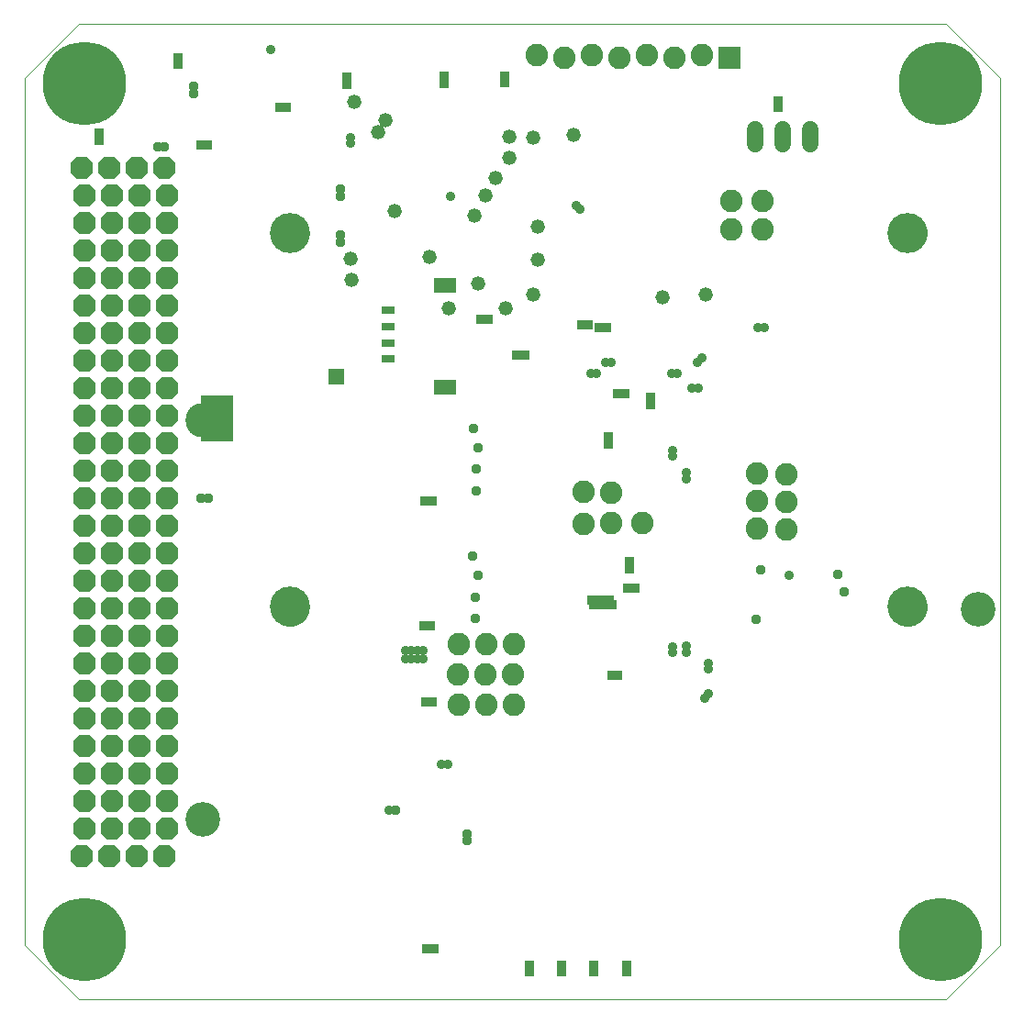
<source format=gbs>
G75*
%MOIN*%
%OFA0B0*%
%FSLAX25Y25*%
%IPPOS*%
%LPD*%
%AMOC8*
5,1,8,0,0,1.08239X$1,22.5*
%
%ADD10C,0.00000*%
%ADD11C,0.30328*%
%ADD12OC8,0.08200*%
%ADD13C,0.08200*%
%ADD14C,0.14580*%
%ADD15C,0.05200*%
%ADD16R,0.08200X0.08200*%
%ADD17C,0.06000*%
%ADD18R,0.04737X0.03162*%
%ADD19R,0.07887X0.05721*%
%ADD20C,0.03778*%
%ADD21R,0.03778X0.03778*%
%ADD22R,0.03581X0.03581*%
%ADD23C,0.03581*%
%ADD24C,0.12611*%
D10*
X0003172Y0020888D02*
X0003172Y0335849D01*
X0022857Y0355534D01*
X0337817Y0355534D01*
X0357502Y0335849D01*
X0357502Y0020888D01*
X0337817Y0001203D01*
X0022857Y0001203D01*
X0003172Y0020888D01*
X0092738Y0143920D02*
X0092740Y0144089D01*
X0092746Y0144258D01*
X0092757Y0144427D01*
X0092771Y0144595D01*
X0092790Y0144763D01*
X0092813Y0144931D01*
X0092839Y0145098D01*
X0092870Y0145264D01*
X0092905Y0145430D01*
X0092944Y0145594D01*
X0092988Y0145758D01*
X0093035Y0145920D01*
X0093086Y0146081D01*
X0093141Y0146241D01*
X0093200Y0146400D01*
X0093262Y0146557D01*
X0093329Y0146712D01*
X0093400Y0146866D01*
X0093474Y0147018D01*
X0093552Y0147168D01*
X0093633Y0147316D01*
X0093718Y0147462D01*
X0093807Y0147606D01*
X0093899Y0147748D01*
X0093995Y0147887D01*
X0094094Y0148024D01*
X0094196Y0148159D01*
X0094302Y0148291D01*
X0094411Y0148420D01*
X0094523Y0148547D01*
X0094638Y0148671D01*
X0094756Y0148792D01*
X0094877Y0148910D01*
X0095001Y0149025D01*
X0095128Y0149137D01*
X0095257Y0149246D01*
X0095389Y0149352D01*
X0095524Y0149454D01*
X0095661Y0149553D01*
X0095800Y0149649D01*
X0095942Y0149741D01*
X0096086Y0149830D01*
X0096232Y0149915D01*
X0096380Y0149996D01*
X0096530Y0150074D01*
X0096682Y0150148D01*
X0096836Y0150219D01*
X0096991Y0150286D01*
X0097148Y0150348D01*
X0097307Y0150407D01*
X0097467Y0150462D01*
X0097628Y0150513D01*
X0097790Y0150560D01*
X0097954Y0150604D01*
X0098118Y0150643D01*
X0098284Y0150678D01*
X0098450Y0150709D01*
X0098617Y0150735D01*
X0098785Y0150758D01*
X0098953Y0150777D01*
X0099121Y0150791D01*
X0099290Y0150802D01*
X0099459Y0150808D01*
X0099628Y0150810D01*
X0099797Y0150808D01*
X0099966Y0150802D01*
X0100135Y0150791D01*
X0100303Y0150777D01*
X0100471Y0150758D01*
X0100639Y0150735D01*
X0100806Y0150709D01*
X0100972Y0150678D01*
X0101138Y0150643D01*
X0101302Y0150604D01*
X0101466Y0150560D01*
X0101628Y0150513D01*
X0101789Y0150462D01*
X0101949Y0150407D01*
X0102108Y0150348D01*
X0102265Y0150286D01*
X0102420Y0150219D01*
X0102574Y0150148D01*
X0102726Y0150074D01*
X0102876Y0149996D01*
X0103024Y0149915D01*
X0103170Y0149830D01*
X0103314Y0149741D01*
X0103456Y0149649D01*
X0103595Y0149553D01*
X0103732Y0149454D01*
X0103867Y0149352D01*
X0103999Y0149246D01*
X0104128Y0149137D01*
X0104255Y0149025D01*
X0104379Y0148910D01*
X0104500Y0148792D01*
X0104618Y0148671D01*
X0104733Y0148547D01*
X0104845Y0148420D01*
X0104954Y0148291D01*
X0105060Y0148159D01*
X0105162Y0148024D01*
X0105261Y0147887D01*
X0105357Y0147748D01*
X0105449Y0147606D01*
X0105538Y0147462D01*
X0105623Y0147316D01*
X0105704Y0147168D01*
X0105782Y0147018D01*
X0105856Y0146866D01*
X0105927Y0146712D01*
X0105994Y0146557D01*
X0106056Y0146400D01*
X0106115Y0146241D01*
X0106170Y0146081D01*
X0106221Y0145920D01*
X0106268Y0145758D01*
X0106312Y0145594D01*
X0106351Y0145430D01*
X0106386Y0145264D01*
X0106417Y0145098D01*
X0106443Y0144931D01*
X0106466Y0144763D01*
X0106485Y0144595D01*
X0106499Y0144427D01*
X0106510Y0144258D01*
X0106516Y0144089D01*
X0106518Y0143920D01*
X0106516Y0143751D01*
X0106510Y0143582D01*
X0106499Y0143413D01*
X0106485Y0143245D01*
X0106466Y0143077D01*
X0106443Y0142909D01*
X0106417Y0142742D01*
X0106386Y0142576D01*
X0106351Y0142410D01*
X0106312Y0142246D01*
X0106268Y0142082D01*
X0106221Y0141920D01*
X0106170Y0141759D01*
X0106115Y0141599D01*
X0106056Y0141440D01*
X0105994Y0141283D01*
X0105927Y0141128D01*
X0105856Y0140974D01*
X0105782Y0140822D01*
X0105704Y0140672D01*
X0105623Y0140524D01*
X0105538Y0140378D01*
X0105449Y0140234D01*
X0105357Y0140092D01*
X0105261Y0139953D01*
X0105162Y0139816D01*
X0105060Y0139681D01*
X0104954Y0139549D01*
X0104845Y0139420D01*
X0104733Y0139293D01*
X0104618Y0139169D01*
X0104500Y0139048D01*
X0104379Y0138930D01*
X0104255Y0138815D01*
X0104128Y0138703D01*
X0103999Y0138594D01*
X0103867Y0138488D01*
X0103732Y0138386D01*
X0103595Y0138287D01*
X0103456Y0138191D01*
X0103314Y0138099D01*
X0103170Y0138010D01*
X0103024Y0137925D01*
X0102876Y0137844D01*
X0102726Y0137766D01*
X0102574Y0137692D01*
X0102420Y0137621D01*
X0102265Y0137554D01*
X0102108Y0137492D01*
X0101949Y0137433D01*
X0101789Y0137378D01*
X0101628Y0137327D01*
X0101466Y0137280D01*
X0101302Y0137236D01*
X0101138Y0137197D01*
X0100972Y0137162D01*
X0100806Y0137131D01*
X0100639Y0137105D01*
X0100471Y0137082D01*
X0100303Y0137063D01*
X0100135Y0137049D01*
X0099966Y0137038D01*
X0099797Y0137032D01*
X0099628Y0137030D01*
X0099459Y0137032D01*
X0099290Y0137038D01*
X0099121Y0137049D01*
X0098953Y0137063D01*
X0098785Y0137082D01*
X0098617Y0137105D01*
X0098450Y0137131D01*
X0098284Y0137162D01*
X0098118Y0137197D01*
X0097954Y0137236D01*
X0097790Y0137280D01*
X0097628Y0137327D01*
X0097467Y0137378D01*
X0097307Y0137433D01*
X0097148Y0137492D01*
X0096991Y0137554D01*
X0096836Y0137621D01*
X0096682Y0137692D01*
X0096530Y0137766D01*
X0096380Y0137844D01*
X0096232Y0137925D01*
X0096086Y0138010D01*
X0095942Y0138099D01*
X0095800Y0138191D01*
X0095661Y0138287D01*
X0095524Y0138386D01*
X0095389Y0138488D01*
X0095257Y0138594D01*
X0095128Y0138703D01*
X0095001Y0138815D01*
X0094877Y0138930D01*
X0094756Y0139048D01*
X0094638Y0139169D01*
X0094523Y0139293D01*
X0094411Y0139420D01*
X0094302Y0139549D01*
X0094196Y0139681D01*
X0094094Y0139816D01*
X0093995Y0139953D01*
X0093899Y0140092D01*
X0093807Y0140234D01*
X0093718Y0140378D01*
X0093633Y0140524D01*
X0093552Y0140672D01*
X0093474Y0140822D01*
X0093400Y0140974D01*
X0093329Y0141128D01*
X0093262Y0141283D01*
X0093200Y0141440D01*
X0093141Y0141599D01*
X0093086Y0141759D01*
X0093035Y0141920D01*
X0092988Y0142082D01*
X0092944Y0142246D01*
X0092905Y0142410D01*
X0092870Y0142576D01*
X0092839Y0142742D01*
X0092813Y0142909D01*
X0092790Y0143077D01*
X0092771Y0143245D01*
X0092757Y0143413D01*
X0092746Y0143582D01*
X0092740Y0143751D01*
X0092738Y0143920D01*
X0092738Y0279746D02*
X0092740Y0279915D01*
X0092746Y0280084D01*
X0092757Y0280253D01*
X0092771Y0280421D01*
X0092790Y0280589D01*
X0092813Y0280757D01*
X0092839Y0280924D01*
X0092870Y0281090D01*
X0092905Y0281256D01*
X0092944Y0281420D01*
X0092988Y0281584D01*
X0093035Y0281746D01*
X0093086Y0281907D01*
X0093141Y0282067D01*
X0093200Y0282226D01*
X0093262Y0282383D01*
X0093329Y0282538D01*
X0093400Y0282692D01*
X0093474Y0282844D01*
X0093552Y0282994D01*
X0093633Y0283142D01*
X0093718Y0283288D01*
X0093807Y0283432D01*
X0093899Y0283574D01*
X0093995Y0283713D01*
X0094094Y0283850D01*
X0094196Y0283985D01*
X0094302Y0284117D01*
X0094411Y0284246D01*
X0094523Y0284373D01*
X0094638Y0284497D01*
X0094756Y0284618D01*
X0094877Y0284736D01*
X0095001Y0284851D01*
X0095128Y0284963D01*
X0095257Y0285072D01*
X0095389Y0285178D01*
X0095524Y0285280D01*
X0095661Y0285379D01*
X0095800Y0285475D01*
X0095942Y0285567D01*
X0096086Y0285656D01*
X0096232Y0285741D01*
X0096380Y0285822D01*
X0096530Y0285900D01*
X0096682Y0285974D01*
X0096836Y0286045D01*
X0096991Y0286112D01*
X0097148Y0286174D01*
X0097307Y0286233D01*
X0097467Y0286288D01*
X0097628Y0286339D01*
X0097790Y0286386D01*
X0097954Y0286430D01*
X0098118Y0286469D01*
X0098284Y0286504D01*
X0098450Y0286535D01*
X0098617Y0286561D01*
X0098785Y0286584D01*
X0098953Y0286603D01*
X0099121Y0286617D01*
X0099290Y0286628D01*
X0099459Y0286634D01*
X0099628Y0286636D01*
X0099797Y0286634D01*
X0099966Y0286628D01*
X0100135Y0286617D01*
X0100303Y0286603D01*
X0100471Y0286584D01*
X0100639Y0286561D01*
X0100806Y0286535D01*
X0100972Y0286504D01*
X0101138Y0286469D01*
X0101302Y0286430D01*
X0101466Y0286386D01*
X0101628Y0286339D01*
X0101789Y0286288D01*
X0101949Y0286233D01*
X0102108Y0286174D01*
X0102265Y0286112D01*
X0102420Y0286045D01*
X0102574Y0285974D01*
X0102726Y0285900D01*
X0102876Y0285822D01*
X0103024Y0285741D01*
X0103170Y0285656D01*
X0103314Y0285567D01*
X0103456Y0285475D01*
X0103595Y0285379D01*
X0103732Y0285280D01*
X0103867Y0285178D01*
X0103999Y0285072D01*
X0104128Y0284963D01*
X0104255Y0284851D01*
X0104379Y0284736D01*
X0104500Y0284618D01*
X0104618Y0284497D01*
X0104733Y0284373D01*
X0104845Y0284246D01*
X0104954Y0284117D01*
X0105060Y0283985D01*
X0105162Y0283850D01*
X0105261Y0283713D01*
X0105357Y0283574D01*
X0105449Y0283432D01*
X0105538Y0283288D01*
X0105623Y0283142D01*
X0105704Y0282994D01*
X0105782Y0282844D01*
X0105856Y0282692D01*
X0105927Y0282538D01*
X0105994Y0282383D01*
X0106056Y0282226D01*
X0106115Y0282067D01*
X0106170Y0281907D01*
X0106221Y0281746D01*
X0106268Y0281584D01*
X0106312Y0281420D01*
X0106351Y0281256D01*
X0106386Y0281090D01*
X0106417Y0280924D01*
X0106443Y0280757D01*
X0106466Y0280589D01*
X0106485Y0280421D01*
X0106499Y0280253D01*
X0106510Y0280084D01*
X0106516Y0279915D01*
X0106518Y0279746D01*
X0106516Y0279577D01*
X0106510Y0279408D01*
X0106499Y0279239D01*
X0106485Y0279071D01*
X0106466Y0278903D01*
X0106443Y0278735D01*
X0106417Y0278568D01*
X0106386Y0278402D01*
X0106351Y0278236D01*
X0106312Y0278072D01*
X0106268Y0277908D01*
X0106221Y0277746D01*
X0106170Y0277585D01*
X0106115Y0277425D01*
X0106056Y0277266D01*
X0105994Y0277109D01*
X0105927Y0276954D01*
X0105856Y0276800D01*
X0105782Y0276648D01*
X0105704Y0276498D01*
X0105623Y0276350D01*
X0105538Y0276204D01*
X0105449Y0276060D01*
X0105357Y0275918D01*
X0105261Y0275779D01*
X0105162Y0275642D01*
X0105060Y0275507D01*
X0104954Y0275375D01*
X0104845Y0275246D01*
X0104733Y0275119D01*
X0104618Y0274995D01*
X0104500Y0274874D01*
X0104379Y0274756D01*
X0104255Y0274641D01*
X0104128Y0274529D01*
X0103999Y0274420D01*
X0103867Y0274314D01*
X0103732Y0274212D01*
X0103595Y0274113D01*
X0103456Y0274017D01*
X0103314Y0273925D01*
X0103170Y0273836D01*
X0103024Y0273751D01*
X0102876Y0273670D01*
X0102726Y0273592D01*
X0102574Y0273518D01*
X0102420Y0273447D01*
X0102265Y0273380D01*
X0102108Y0273318D01*
X0101949Y0273259D01*
X0101789Y0273204D01*
X0101628Y0273153D01*
X0101466Y0273106D01*
X0101302Y0273062D01*
X0101138Y0273023D01*
X0100972Y0272988D01*
X0100806Y0272957D01*
X0100639Y0272931D01*
X0100471Y0272908D01*
X0100303Y0272889D01*
X0100135Y0272875D01*
X0099966Y0272864D01*
X0099797Y0272858D01*
X0099628Y0272856D01*
X0099459Y0272858D01*
X0099290Y0272864D01*
X0099121Y0272875D01*
X0098953Y0272889D01*
X0098785Y0272908D01*
X0098617Y0272931D01*
X0098450Y0272957D01*
X0098284Y0272988D01*
X0098118Y0273023D01*
X0097954Y0273062D01*
X0097790Y0273106D01*
X0097628Y0273153D01*
X0097467Y0273204D01*
X0097307Y0273259D01*
X0097148Y0273318D01*
X0096991Y0273380D01*
X0096836Y0273447D01*
X0096682Y0273518D01*
X0096530Y0273592D01*
X0096380Y0273670D01*
X0096232Y0273751D01*
X0096086Y0273836D01*
X0095942Y0273925D01*
X0095800Y0274017D01*
X0095661Y0274113D01*
X0095524Y0274212D01*
X0095389Y0274314D01*
X0095257Y0274420D01*
X0095128Y0274529D01*
X0095001Y0274641D01*
X0094877Y0274756D01*
X0094756Y0274874D01*
X0094638Y0274995D01*
X0094523Y0275119D01*
X0094411Y0275246D01*
X0094302Y0275375D01*
X0094196Y0275507D01*
X0094094Y0275642D01*
X0093995Y0275779D01*
X0093899Y0275918D01*
X0093807Y0276060D01*
X0093718Y0276204D01*
X0093633Y0276350D01*
X0093552Y0276498D01*
X0093474Y0276648D01*
X0093400Y0276800D01*
X0093329Y0276954D01*
X0093262Y0277109D01*
X0093200Y0277266D01*
X0093141Y0277425D01*
X0093086Y0277585D01*
X0093035Y0277746D01*
X0092988Y0277908D01*
X0092944Y0278072D01*
X0092905Y0278236D01*
X0092870Y0278402D01*
X0092839Y0278568D01*
X0092813Y0278735D01*
X0092790Y0278903D01*
X0092771Y0279071D01*
X0092757Y0279239D01*
X0092746Y0279408D01*
X0092740Y0279577D01*
X0092738Y0279746D01*
X0317148Y0279746D02*
X0317150Y0279915D01*
X0317156Y0280084D01*
X0317167Y0280253D01*
X0317181Y0280421D01*
X0317200Y0280589D01*
X0317223Y0280757D01*
X0317249Y0280924D01*
X0317280Y0281090D01*
X0317315Y0281256D01*
X0317354Y0281420D01*
X0317398Y0281584D01*
X0317445Y0281746D01*
X0317496Y0281907D01*
X0317551Y0282067D01*
X0317610Y0282226D01*
X0317672Y0282383D01*
X0317739Y0282538D01*
X0317810Y0282692D01*
X0317884Y0282844D01*
X0317962Y0282994D01*
X0318043Y0283142D01*
X0318128Y0283288D01*
X0318217Y0283432D01*
X0318309Y0283574D01*
X0318405Y0283713D01*
X0318504Y0283850D01*
X0318606Y0283985D01*
X0318712Y0284117D01*
X0318821Y0284246D01*
X0318933Y0284373D01*
X0319048Y0284497D01*
X0319166Y0284618D01*
X0319287Y0284736D01*
X0319411Y0284851D01*
X0319538Y0284963D01*
X0319667Y0285072D01*
X0319799Y0285178D01*
X0319934Y0285280D01*
X0320071Y0285379D01*
X0320210Y0285475D01*
X0320352Y0285567D01*
X0320496Y0285656D01*
X0320642Y0285741D01*
X0320790Y0285822D01*
X0320940Y0285900D01*
X0321092Y0285974D01*
X0321246Y0286045D01*
X0321401Y0286112D01*
X0321558Y0286174D01*
X0321717Y0286233D01*
X0321877Y0286288D01*
X0322038Y0286339D01*
X0322200Y0286386D01*
X0322364Y0286430D01*
X0322528Y0286469D01*
X0322694Y0286504D01*
X0322860Y0286535D01*
X0323027Y0286561D01*
X0323195Y0286584D01*
X0323363Y0286603D01*
X0323531Y0286617D01*
X0323700Y0286628D01*
X0323869Y0286634D01*
X0324038Y0286636D01*
X0324207Y0286634D01*
X0324376Y0286628D01*
X0324545Y0286617D01*
X0324713Y0286603D01*
X0324881Y0286584D01*
X0325049Y0286561D01*
X0325216Y0286535D01*
X0325382Y0286504D01*
X0325548Y0286469D01*
X0325712Y0286430D01*
X0325876Y0286386D01*
X0326038Y0286339D01*
X0326199Y0286288D01*
X0326359Y0286233D01*
X0326518Y0286174D01*
X0326675Y0286112D01*
X0326830Y0286045D01*
X0326984Y0285974D01*
X0327136Y0285900D01*
X0327286Y0285822D01*
X0327434Y0285741D01*
X0327580Y0285656D01*
X0327724Y0285567D01*
X0327866Y0285475D01*
X0328005Y0285379D01*
X0328142Y0285280D01*
X0328277Y0285178D01*
X0328409Y0285072D01*
X0328538Y0284963D01*
X0328665Y0284851D01*
X0328789Y0284736D01*
X0328910Y0284618D01*
X0329028Y0284497D01*
X0329143Y0284373D01*
X0329255Y0284246D01*
X0329364Y0284117D01*
X0329470Y0283985D01*
X0329572Y0283850D01*
X0329671Y0283713D01*
X0329767Y0283574D01*
X0329859Y0283432D01*
X0329948Y0283288D01*
X0330033Y0283142D01*
X0330114Y0282994D01*
X0330192Y0282844D01*
X0330266Y0282692D01*
X0330337Y0282538D01*
X0330404Y0282383D01*
X0330466Y0282226D01*
X0330525Y0282067D01*
X0330580Y0281907D01*
X0330631Y0281746D01*
X0330678Y0281584D01*
X0330722Y0281420D01*
X0330761Y0281256D01*
X0330796Y0281090D01*
X0330827Y0280924D01*
X0330853Y0280757D01*
X0330876Y0280589D01*
X0330895Y0280421D01*
X0330909Y0280253D01*
X0330920Y0280084D01*
X0330926Y0279915D01*
X0330928Y0279746D01*
X0330926Y0279577D01*
X0330920Y0279408D01*
X0330909Y0279239D01*
X0330895Y0279071D01*
X0330876Y0278903D01*
X0330853Y0278735D01*
X0330827Y0278568D01*
X0330796Y0278402D01*
X0330761Y0278236D01*
X0330722Y0278072D01*
X0330678Y0277908D01*
X0330631Y0277746D01*
X0330580Y0277585D01*
X0330525Y0277425D01*
X0330466Y0277266D01*
X0330404Y0277109D01*
X0330337Y0276954D01*
X0330266Y0276800D01*
X0330192Y0276648D01*
X0330114Y0276498D01*
X0330033Y0276350D01*
X0329948Y0276204D01*
X0329859Y0276060D01*
X0329767Y0275918D01*
X0329671Y0275779D01*
X0329572Y0275642D01*
X0329470Y0275507D01*
X0329364Y0275375D01*
X0329255Y0275246D01*
X0329143Y0275119D01*
X0329028Y0274995D01*
X0328910Y0274874D01*
X0328789Y0274756D01*
X0328665Y0274641D01*
X0328538Y0274529D01*
X0328409Y0274420D01*
X0328277Y0274314D01*
X0328142Y0274212D01*
X0328005Y0274113D01*
X0327866Y0274017D01*
X0327724Y0273925D01*
X0327580Y0273836D01*
X0327434Y0273751D01*
X0327286Y0273670D01*
X0327136Y0273592D01*
X0326984Y0273518D01*
X0326830Y0273447D01*
X0326675Y0273380D01*
X0326518Y0273318D01*
X0326359Y0273259D01*
X0326199Y0273204D01*
X0326038Y0273153D01*
X0325876Y0273106D01*
X0325712Y0273062D01*
X0325548Y0273023D01*
X0325382Y0272988D01*
X0325216Y0272957D01*
X0325049Y0272931D01*
X0324881Y0272908D01*
X0324713Y0272889D01*
X0324545Y0272875D01*
X0324376Y0272864D01*
X0324207Y0272858D01*
X0324038Y0272856D01*
X0323869Y0272858D01*
X0323700Y0272864D01*
X0323531Y0272875D01*
X0323363Y0272889D01*
X0323195Y0272908D01*
X0323027Y0272931D01*
X0322860Y0272957D01*
X0322694Y0272988D01*
X0322528Y0273023D01*
X0322364Y0273062D01*
X0322200Y0273106D01*
X0322038Y0273153D01*
X0321877Y0273204D01*
X0321717Y0273259D01*
X0321558Y0273318D01*
X0321401Y0273380D01*
X0321246Y0273447D01*
X0321092Y0273518D01*
X0320940Y0273592D01*
X0320790Y0273670D01*
X0320642Y0273751D01*
X0320496Y0273836D01*
X0320352Y0273925D01*
X0320210Y0274017D01*
X0320071Y0274113D01*
X0319934Y0274212D01*
X0319799Y0274314D01*
X0319667Y0274420D01*
X0319538Y0274529D01*
X0319411Y0274641D01*
X0319287Y0274756D01*
X0319166Y0274874D01*
X0319048Y0274995D01*
X0318933Y0275119D01*
X0318821Y0275246D01*
X0318712Y0275375D01*
X0318606Y0275507D01*
X0318504Y0275642D01*
X0318405Y0275779D01*
X0318309Y0275918D01*
X0318217Y0276060D01*
X0318128Y0276204D01*
X0318043Y0276350D01*
X0317962Y0276498D01*
X0317884Y0276648D01*
X0317810Y0276800D01*
X0317739Y0276954D01*
X0317672Y0277109D01*
X0317610Y0277266D01*
X0317551Y0277425D01*
X0317496Y0277585D01*
X0317445Y0277746D01*
X0317398Y0277908D01*
X0317354Y0278072D01*
X0317315Y0278236D01*
X0317280Y0278402D01*
X0317249Y0278568D01*
X0317223Y0278735D01*
X0317200Y0278903D01*
X0317181Y0279071D01*
X0317167Y0279239D01*
X0317156Y0279408D01*
X0317150Y0279577D01*
X0317148Y0279746D01*
X0317148Y0143920D02*
X0317150Y0144089D01*
X0317156Y0144258D01*
X0317167Y0144427D01*
X0317181Y0144595D01*
X0317200Y0144763D01*
X0317223Y0144931D01*
X0317249Y0145098D01*
X0317280Y0145264D01*
X0317315Y0145430D01*
X0317354Y0145594D01*
X0317398Y0145758D01*
X0317445Y0145920D01*
X0317496Y0146081D01*
X0317551Y0146241D01*
X0317610Y0146400D01*
X0317672Y0146557D01*
X0317739Y0146712D01*
X0317810Y0146866D01*
X0317884Y0147018D01*
X0317962Y0147168D01*
X0318043Y0147316D01*
X0318128Y0147462D01*
X0318217Y0147606D01*
X0318309Y0147748D01*
X0318405Y0147887D01*
X0318504Y0148024D01*
X0318606Y0148159D01*
X0318712Y0148291D01*
X0318821Y0148420D01*
X0318933Y0148547D01*
X0319048Y0148671D01*
X0319166Y0148792D01*
X0319287Y0148910D01*
X0319411Y0149025D01*
X0319538Y0149137D01*
X0319667Y0149246D01*
X0319799Y0149352D01*
X0319934Y0149454D01*
X0320071Y0149553D01*
X0320210Y0149649D01*
X0320352Y0149741D01*
X0320496Y0149830D01*
X0320642Y0149915D01*
X0320790Y0149996D01*
X0320940Y0150074D01*
X0321092Y0150148D01*
X0321246Y0150219D01*
X0321401Y0150286D01*
X0321558Y0150348D01*
X0321717Y0150407D01*
X0321877Y0150462D01*
X0322038Y0150513D01*
X0322200Y0150560D01*
X0322364Y0150604D01*
X0322528Y0150643D01*
X0322694Y0150678D01*
X0322860Y0150709D01*
X0323027Y0150735D01*
X0323195Y0150758D01*
X0323363Y0150777D01*
X0323531Y0150791D01*
X0323700Y0150802D01*
X0323869Y0150808D01*
X0324038Y0150810D01*
X0324207Y0150808D01*
X0324376Y0150802D01*
X0324545Y0150791D01*
X0324713Y0150777D01*
X0324881Y0150758D01*
X0325049Y0150735D01*
X0325216Y0150709D01*
X0325382Y0150678D01*
X0325548Y0150643D01*
X0325712Y0150604D01*
X0325876Y0150560D01*
X0326038Y0150513D01*
X0326199Y0150462D01*
X0326359Y0150407D01*
X0326518Y0150348D01*
X0326675Y0150286D01*
X0326830Y0150219D01*
X0326984Y0150148D01*
X0327136Y0150074D01*
X0327286Y0149996D01*
X0327434Y0149915D01*
X0327580Y0149830D01*
X0327724Y0149741D01*
X0327866Y0149649D01*
X0328005Y0149553D01*
X0328142Y0149454D01*
X0328277Y0149352D01*
X0328409Y0149246D01*
X0328538Y0149137D01*
X0328665Y0149025D01*
X0328789Y0148910D01*
X0328910Y0148792D01*
X0329028Y0148671D01*
X0329143Y0148547D01*
X0329255Y0148420D01*
X0329364Y0148291D01*
X0329470Y0148159D01*
X0329572Y0148024D01*
X0329671Y0147887D01*
X0329767Y0147748D01*
X0329859Y0147606D01*
X0329948Y0147462D01*
X0330033Y0147316D01*
X0330114Y0147168D01*
X0330192Y0147018D01*
X0330266Y0146866D01*
X0330337Y0146712D01*
X0330404Y0146557D01*
X0330466Y0146400D01*
X0330525Y0146241D01*
X0330580Y0146081D01*
X0330631Y0145920D01*
X0330678Y0145758D01*
X0330722Y0145594D01*
X0330761Y0145430D01*
X0330796Y0145264D01*
X0330827Y0145098D01*
X0330853Y0144931D01*
X0330876Y0144763D01*
X0330895Y0144595D01*
X0330909Y0144427D01*
X0330920Y0144258D01*
X0330926Y0144089D01*
X0330928Y0143920D01*
X0330926Y0143751D01*
X0330920Y0143582D01*
X0330909Y0143413D01*
X0330895Y0143245D01*
X0330876Y0143077D01*
X0330853Y0142909D01*
X0330827Y0142742D01*
X0330796Y0142576D01*
X0330761Y0142410D01*
X0330722Y0142246D01*
X0330678Y0142082D01*
X0330631Y0141920D01*
X0330580Y0141759D01*
X0330525Y0141599D01*
X0330466Y0141440D01*
X0330404Y0141283D01*
X0330337Y0141128D01*
X0330266Y0140974D01*
X0330192Y0140822D01*
X0330114Y0140672D01*
X0330033Y0140524D01*
X0329948Y0140378D01*
X0329859Y0140234D01*
X0329767Y0140092D01*
X0329671Y0139953D01*
X0329572Y0139816D01*
X0329470Y0139681D01*
X0329364Y0139549D01*
X0329255Y0139420D01*
X0329143Y0139293D01*
X0329028Y0139169D01*
X0328910Y0139048D01*
X0328789Y0138930D01*
X0328665Y0138815D01*
X0328538Y0138703D01*
X0328409Y0138594D01*
X0328277Y0138488D01*
X0328142Y0138386D01*
X0328005Y0138287D01*
X0327866Y0138191D01*
X0327724Y0138099D01*
X0327580Y0138010D01*
X0327434Y0137925D01*
X0327286Y0137844D01*
X0327136Y0137766D01*
X0326984Y0137692D01*
X0326830Y0137621D01*
X0326675Y0137554D01*
X0326518Y0137492D01*
X0326359Y0137433D01*
X0326199Y0137378D01*
X0326038Y0137327D01*
X0325876Y0137280D01*
X0325712Y0137236D01*
X0325548Y0137197D01*
X0325382Y0137162D01*
X0325216Y0137131D01*
X0325049Y0137105D01*
X0324881Y0137082D01*
X0324713Y0137063D01*
X0324545Y0137049D01*
X0324376Y0137038D01*
X0324207Y0137032D01*
X0324038Y0137030D01*
X0323869Y0137032D01*
X0323700Y0137038D01*
X0323531Y0137049D01*
X0323363Y0137063D01*
X0323195Y0137082D01*
X0323027Y0137105D01*
X0322860Y0137131D01*
X0322694Y0137162D01*
X0322528Y0137197D01*
X0322364Y0137236D01*
X0322200Y0137280D01*
X0322038Y0137327D01*
X0321877Y0137378D01*
X0321717Y0137433D01*
X0321558Y0137492D01*
X0321401Y0137554D01*
X0321246Y0137621D01*
X0321092Y0137692D01*
X0320940Y0137766D01*
X0320790Y0137844D01*
X0320642Y0137925D01*
X0320496Y0138010D01*
X0320352Y0138099D01*
X0320210Y0138191D01*
X0320071Y0138287D01*
X0319934Y0138386D01*
X0319799Y0138488D01*
X0319667Y0138594D01*
X0319538Y0138703D01*
X0319411Y0138815D01*
X0319287Y0138930D01*
X0319166Y0139048D01*
X0319048Y0139169D01*
X0318933Y0139293D01*
X0318821Y0139420D01*
X0318712Y0139549D01*
X0318606Y0139681D01*
X0318504Y0139816D01*
X0318405Y0139953D01*
X0318309Y0140092D01*
X0318217Y0140234D01*
X0318128Y0140378D01*
X0318043Y0140524D01*
X0317962Y0140672D01*
X0317884Y0140822D01*
X0317810Y0140974D01*
X0317739Y0141128D01*
X0317672Y0141283D01*
X0317610Y0141440D01*
X0317551Y0141599D01*
X0317496Y0141759D01*
X0317445Y0141920D01*
X0317398Y0142082D01*
X0317354Y0142246D01*
X0317315Y0142410D01*
X0317280Y0142576D01*
X0317249Y0142742D01*
X0317223Y0142909D01*
X0317200Y0143077D01*
X0317181Y0143245D01*
X0317167Y0143413D01*
X0317156Y0143582D01*
X0317150Y0143751D01*
X0317148Y0143920D01*
D11*
X0335849Y0022857D03*
X0335849Y0333880D03*
X0024825Y0333880D03*
X0024825Y0022857D03*
D12*
X0023825Y0053369D03*
X0033825Y0053369D03*
X0043825Y0053369D03*
X0053825Y0053369D03*
X0054825Y0063369D03*
X0054825Y0073369D03*
X0054825Y0083369D03*
X0054825Y0093369D03*
X0054825Y0103369D03*
X0054825Y0113369D03*
X0054825Y0123369D03*
X0054825Y0133369D03*
X0054825Y0143369D03*
X0054825Y0153369D03*
X0054825Y0163369D03*
X0054825Y0173369D03*
X0054825Y0183369D03*
X0054825Y0193369D03*
X0054825Y0203369D03*
X0054825Y0213369D03*
X0054825Y0223369D03*
X0054825Y0233369D03*
X0054825Y0243369D03*
X0054825Y0253369D03*
X0054825Y0263369D03*
X0054825Y0273369D03*
X0054825Y0283369D03*
X0054825Y0293369D03*
X0053825Y0303369D03*
X0043825Y0303369D03*
X0044825Y0293369D03*
X0034825Y0293369D03*
X0033825Y0303369D03*
X0023825Y0303369D03*
X0024825Y0293369D03*
X0024825Y0283369D03*
X0034825Y0283369D03*
X0044825Y0283369D03*
X0044825Y0273369D03*
X0034825Y0273369D03*
X0024825Y0273369D03*
X0024825Y0263369D03*
X0034825Y0263369D03*
X0044825Y0263369D03*
X0044825Y0253369D03*
X0044825Y0243369D03*
X0034825Y0243369D03*
X0034825Y0253369D03*
X0024825Y0253369D03*
X0024825Y0243369D03*
X0024825Y0233369D03*
X0034825Y0233369D03*
X0044825Y0233369D03*
X0044825Y0223369D03*
X0034825Y0223369D03*
X0024825Y0223369D03*
X0024825Y0213369D03*
X0024825Y0203369D03*
X0034825Y0203369D03*
X0034825Y0213369D03*
X0044825Y0213369D03*
X0044825Y0203369D03*
X0044825Y0193369D03*
X0034825Y0193369D03*
X0024825Y0193369D03*
X0024825Y0183369D03*
X0034825Y0183369D03*
X0044825Y0183369D03*
X0044825Y0173369D03*
X0044825Y0163369D03*
X0034825Y0163369D03*
X0034825Y0173369D03*
X0024825Y0173369D03*
X0024825Y0163369D03*
X0024825Y0153369D03*
X0034825Y0153369D03*
X0044825Y0153369D03*
X0044825Y0143369D03*
X0034825Y0143369D03*
X0024825Y0143369D03*
X0024825Y0133369D03*
X0024825Y0123369D03*
X0034825Y0123369D03*
X0034825Y0133369D03*
X0044825Y0133369D03*
X0044825Y0123369D03*
X0044825Y0113369D03*
X0034825Y0113369D03*
X0024825Y0113369D03*
X0024825Y0103369D03*
X0034825Y0103369D03*
X0044825Y0103369D03*
X0044825Y0093369D03*
X0044825Y0083369D03*
X0034825Y0083369D03*
X0034825Y0093369D03*
X0024825Y0093369D03*
X0024825Y0083369D03*
X0024825Y0073369D03*
X0034825Y0073369D03*
X0044825Y0073369D03*
X0044825Y0063369D03*
X0034825Y0063369D03*
X0024825Y0063369D03*
D13*
X0161046Y0108290D03*
X0171046Y0108290D03*
X0181046Y0108290D03*
X0180731Y0119313D03*
X0170731Y0119313D03*
X0160731Y0119313D03*
X0161046Y0130337D03*
X0171046Y0130337D03*
X0181046Y0130337D03*
X0206321Y0174125D03*
X0216251Y0174431D03*
X0216361Y0185455D03*
X0206321Y0185525D03*
X0227651Y0174431D03*
X0269313Y0172345D03*
X0269313Y0182345D03*
X0269313Y0192345D03*
X0280140Y0192148D03*
X0280140Y0182148D03*
X0280140Y0172148D03*
X0271352Y0281124D03*
X0271352Y0291361D03*
X0259952Y0291361D03*
X0259952Y0281124D03*
X0239471Y0343420D03*
X0249471Y0344420D03*
X0229471Y0344420D03*
X0219471Y0343420D03*
X0209471Y0344420D03*
X0199471Y0343420D03*
X0189471Y0344420D03*
D14*
X0099628Y0279746D03*
X0099628Y0143920D03*
X0324038Y0143920D03*
X0324038Y0279746D03*
D15*
X0250809Y0257306D03*
X0235061Y0256321D03*
X0187817Y0257306D03*
X0177975Y0252384D03*
X0168132Y0261243D03*
X0157306Y0252384D03*
X0150416Y0271085D03*
X0137620Y0287817D03*
X0121774Y0270199D03*
X0121872Y0262719D03*
X0166764Y0285849D03*
X0170677Y0293331D03*
X0174298Y0299578D03*
X0179313Y0307099D03*
X0179313Y0314599D03*
X0187817Y0314392D03*
X0202581Y0315376D03*
X0189786Y0281912D03*
X0189786Y0270101D03*
X0134176Y0320790D03*
X0131715Y0316361D03*
X0122857Y0327187D03*
D16*
X0259471Y0343420D03*
D17*
X0268565Y0317189D02*
X0268565Y0311989D01*
X0278565Y0311989D02*
X0278565Y0317189D01*
X0288565Y0317189D02*
X0288565Y0311989D01*
D18*
X0135455Y0251597D03*
X0135455Y0245691D03*
X0135455Y0239786D03*
X0135455Y0233880D03*
D19*
X0155928Y0223624D03*
X0155928Y0260672D03*
D20*
X0118132Y0276400D03*
X0118132Y0278959D03*
X0118132Y0293132D03*
X0118132Y0295691D03*
X0064806Y0330386D03*
X0064806Y0332886D03*
X0054087Y0310869D03*
X0051587Y0310869D03*
X0166164Y0208683D03*
X0168132Y0201794D03*
X0167148Y0193920D03*
X0167148Y0186046D03*
X0165967Y0162227D03*
X0167935Y0155337D03*
X0166951Y0147463D03*
X0166951Y0139589D03*
X0138014Y0070101D03*
X0164105Y0061483D03*
X0164105Y0058983D03*
X0268955Y0139195D03*
X0270494Y0157502D03*
X0298755Y0155595D03*
X0300955Y0149195D03*
X0069904Y0183329D03*
X0067306Y0183329D03*
D21*
X0068920Y0205534D03*
X0071676Y0205534D03*
X0074431Y0205534D03*
X0074431Y0208290D03*
X0072069Y0208290D03*
X0074431Y0211046D03*
X0074431Y0213408D03*
X0074431Y0216164D03*
X0071676Y0216164D03*
X0071676Y0218920D03*
X0074431Y0218920D03*
X0077187Y0218920D03*
X0077187Y0216164D03*
X0077187Y0213408D03*
X0077187Y0210652D03*
X0077187Y0207896D03*
X0077187Y0205534D03*
X0068920Y0218920D03*
X0148644Y0182502D03*
X0151203Y0182502D03*
X0150613Y0137030D03*
X0148250Y0137030D03*
X0148841Y0109274D03*
X0151203Y0109274D03*
X0210061Y0144510D03*
X0209471Y0146479D03*
X0211636Y0146479D03*
X0213605Y0146479D03*
X0214392Y0144510D03*
X0212227Y0144510D03*
X0215770Y0146479D03*
X0216557Y0144510D03*
X0222463Y0150613D03*
X0225022Y0150613D03*
X0223054Y0157699D03*
X0223054Y0160258D03*
X0218723Y0119117D03*
X0216557Y0119117D03*
X0215376Y0203172D03*
X0215376Y0205534D03*
X0230731Y0217345D03*
X0230731Y0220101D03*
X0221282Y0221282D03*
X0218526Y0221282D03*
X0214589Y0245494D03*
X0211833Y0245494D03*
X0276991Y0325219D03*
X0276991Y0327778D03*
X0177581Y0334274D03*
X0177581Y0336636D03*
X0155731Y0336833D03*
X0155731Y0334077D03*
X0120298Y0333683D03*
X0120298Y0336439D03*
X0098447Y0325280D03*
X0095947Y0325280D03*
X0069697Y0311530D03*
X0067197Y0311530D03*
X0058981Y0340977D03*
X0058981Y0343477D03*
X0030231Y0315977D03*
X0030231Y0313477D03*
X0149235Y0019707D03*
X0151991Y0019707D03*
X0186636Y0013802D03*
X0186636Y0011439D03*
X0198447Y0011439D03*
X0198447Y0013802D03*
X0210061Y0013802D03*
X0210061Y0011439D03*
X0222069Y0011439D03*
X0222069Y0013802D03*
D22*
X0117739Y0226203D03*
X0115376Y0226203D03*
X0115376Y0228762D03*
X0117739Y0228762D03*
X0168920Y0248250D03*
X0171676Y0248250D03*
X0182109Y0235258D03*
X0184865Y0235258D03*
X0205731Y0246479D03*
X0208093Y0246479D03*
D23*
X0214195Y0232699D03*
X0216361Y0232699D03*
X0211046Y0228565D03*
X0208880Y0228565D03*
X0238211Y0228565D03*
X0240376Y0228565D03*
X0245691Y0223250D03*
X0247857Y0223250D03*
X0247660Y0232699D03*
X0249235Y0234274D03*
X0269707Y0245494D03*
X0271872Y0245494D03*
X0238802Y0200809D03*
X0238802Y0198644D03*
X0243723Y0192542D03*
X0243723Y0190376D03*
X0281124Y0155337D03*
X0251794Y0123447D03*
X0251794Y0121282D03*
X0251794Y0112227D03*
X0250219Y0110652D03*
X0243723Y0127384D03*
X0243723Y0129550D03*
X0238802Y0129353D03*
X0238802Y0127187D03*
X0156912Y0086833D03*
X0154746Y0086833D03*
X0135652Y0070101D03*
X0141557Y0125022D03*
X0143723Y0125022D03*
X0145888Y0125022D03*
X0148054Y0125022D03*
X0148054Y0127975D03*
X0145888Y0127975D03*
X0143723Y0127975D03*
X0141557Y0127975D03*
X0205140Y0288211D03*
X0203565Y0289786D03*
X0157896Y0293132D03*
X0121676Y0312227D03*
X0121676Y0314392D03*
X0092542Y0346282D03*
D24*
X0068132Y0211833D03*
X0068132Y0066557D03*
X0349628Y0142935D03*
M02*

</source>
